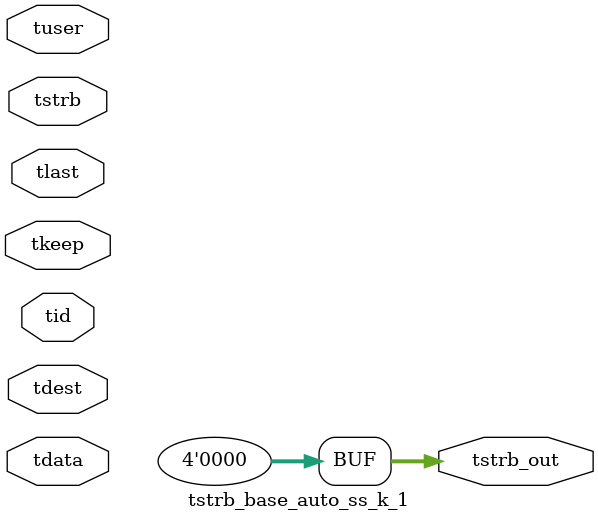
<source format=v>


`timescale 1ps/1ps

module tstrb_base_auto_ss_k_1 #
(
parameter C_S_AXIS_TDATA_WIDTH = 32,
parameter C_S_AXIS_TUSER_WIDTH = 0,
parameter C_S_AXIS_TID_WIDTH   = 0,
parameter C_S_AXIS_TDEST_WIDTH = 0,
parameter C_M_AXIS_TDATA_WIDTH = 32
)
(
input  [(C_S_AXIS_TDATA_WIDTH == 0 ? 1 : C_S_AXIS_TDATA_WIDTH)-1:0     ] tdata,
input  [(C_S_AXIS_TUSER_WIDTH == 0 ? 1 : C_S_AXIS_TUSER_WIDTH)-1:0     ] tuser,
input  [(C_S_AXIS_TID_WIDTH   == 0 ? 1 : C_S_AXIS_TID_WIDTH)-1:0       ] tid,
input  [(C_S_AXIS_TDEST_WIDTH == 0 ? 1 : C_S_AXIS_TDEST_WIDTH)-1:0     ] tdest,
input  [(C_S_AXIS_TDATA_WIDTH/8)-1:0 ] tkeep,
input  [(C_S_AXIS_TDATA_WIDTH/8)-1:0 ] tstrb,
input                                                                    tlast,
output [(C_M_AXIS_TDATA_WIDTH/8)-1:0 ] tstrb_out
);

assign tstrb_out = {1'b0};

endmodule


</source>
